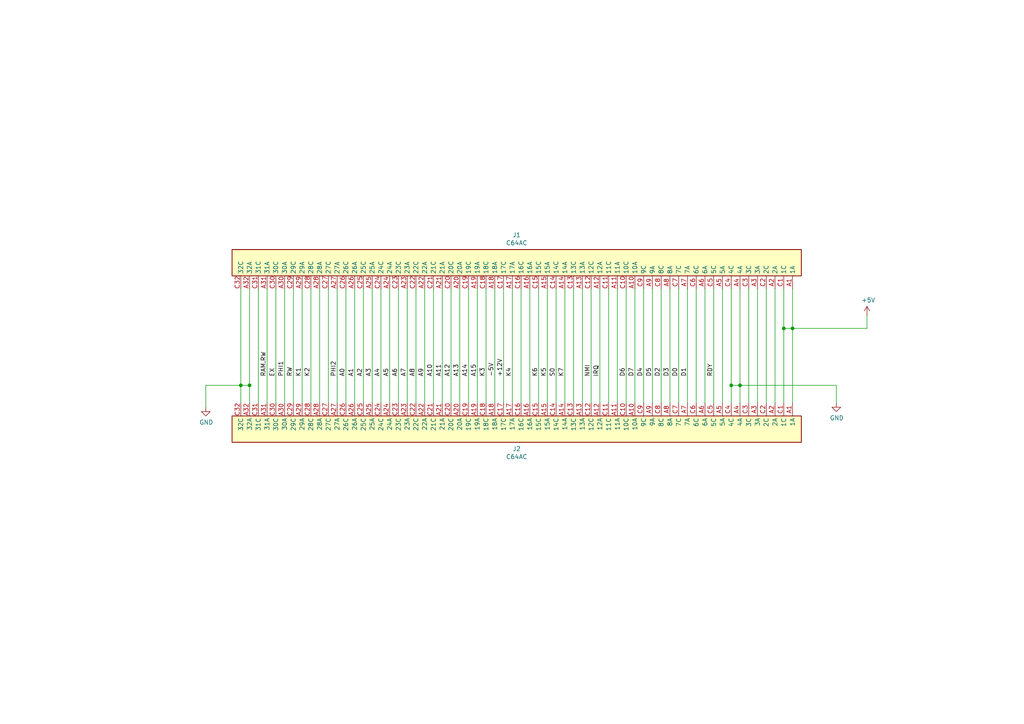
<source format=kicad_sch>
(kicad_sch
	(version 20231120)
	(generator "eeschema")
	(generator_version "8.0")
	(uuid "67a0c6cd-22ec-47fa-93f4-7d5d712ecc73")
	(paper "A4")
	(lib_symbols
		(symbol "junior-internal-bus-rescue:C64AC-Connector"
			(exclude_from_sim no)
			(in_bom yes)
			(on_board yes)
			(property "Reference" "J"
				(at 0 85.09 0)
				(effects
					(font
						(size 1.27 1.27)
					)
				)
			)
			(property "Value" "Connector_C64AC"
				(at 6.35 1.27 90)
				(effects
					(font
						(size 1.27 1.27)
					)
				)
			)
			(property "Footprint" ""
				(at 0 1.27 0)
				(effects
					(font
						(size 1.27 1.27)
					)
					(hide yes)
				)
			)
			(property "Datasheet" ""
				(at 0 1.27 0)
				(effects
					(font
						(size 1.27 1.27)
					)
					(hide yes)
				)
			)
			(property "Description" ""
				(at 0 0 0)
				(effects
					(font
						(size 1.27 1.27)
					)
					(hide yes)
				)
			)
			(symbol "C64AC-Connector_0_1"
				(rectangle
					(start -3.81 -81.28)
					(end 3.81 83.82)
					(stroke
						(width 0.254)
						(type solid)
					)
					(fill
						(type background)
					)
				)
			)
			(symbol "C64AC-Connector_1_1"
				(pin passive line
					(at -7.62 81.28 0)
					(length 3.81)
					(name "1A"
						(effects
							(font
								(size 1.27 1.27)
							)
						)
					)
					(number "A1"
						(effects
							(font
								(size 1.27 1.27)
							)
						)
					)
				)
				(pin passive line
					(at -7.62 35.56 0)
					(length 3.81)
					(name "10A"
						(effects
							(font
								(size 1.27 1.27)
							)
						)
					)
					(number "A10"
						(effects
							(font
								(size 1.27 1.27)
							)
						)
					)
				)
				(pin passive line
					(at -7.62 30.48 0)
					(length 3.81)
					(name "11A"
						(effects
							(font
								(size 1.27 1.27)
							)
						)
					)
					(number "A11"
						(effects
							(font
								(size 1.27 1.27)
							)
						)
					)
				)
				(pin passive line
					(at -7.62 25.4 0)
					(length 3.81)
					(name "12A"
						(effects
							(font
								(size 1.27 1.27)
							)
						)
					)
					(number "A12"
						(effects
							(font
								(size 1.27 1.27)
							)
						)
					)
				)
				(pin passive line
					(at -7.62 20.32 0)
					(length 3.81)
					(name "13A"
						(effects
							(font
								(size 1.27 1.27)
							)
						)
					)
					(number "A13"
						(effects
							(font
								(size 1.27 1.27)
							)
						)
					)
				)
				(pin passive line
					(at -7.62 15.24 0)
					(length 3.81)
					(name "14A"
						(effects
							(font
								(size 1.27 1.27)
							)
						)
					)
					(number "A14"
						(effects
							(font
								(size 1.27 1.27)
							)
						)
					)
				)
				(pin passive line
					(at -7.62 10.16 0)
					(length 3.81)
					(name "15A"
						(effects
							(font
								(size 1.27 1.27)
							)
						)
					)
					(number "A15"
						(effects
							(font
								(size 1.27 1.27)
							)
						)
					)
				)
				(pin passive line
					(at -7.62 5.08 0)
					(length 3.81)
					(name "16A"
						(effects
							(font
								(size 1.27 1.27)
							)
						)
					)
					(number "A16"
						(effects
							(font
								(size 1.27 1.27)
							)
						)
					)
				)
				(pin passive line
					(at -7.62 0 0)
					(length 3.81)
					(name "17A"
						(effects
							(font
								(size 1.27 1.27)
							)
						)
					)
					(number "A17"
						(effects
							(font
								(size 1.27 1.27)
							)
						)
					)
				)
				(pin passive line
					(at -7.62 -5.08 0)
					(length 3.81)
					(name "18A"
						(effects
							(font
								(size 1.27 1.27)
							)
						)
					)
					(number "A18"
						(effects
							(font
								(size 1.27 1.27)
							)
						)
					)
				)
				(pin passive line
					(at -7.62 -10.16 0)
					(length 3.81)
					(name "19A"
						(effects
							(font
								(size 1.27 1.27)
							)
						)
					)
					(number "A19"
						(effects
							(font
								(size 1.27 1.27)
							)
						)
					)
				)
				(pin passive line
					(at -7.62 76.2 0)
					(length 3.81)
					(name "2A"
						(effects
							(font
								(size 1.27 1.27)
							)
						)
					)
					(number "A2"
						(effects
							(font
								(size 1.27 1.27)
							)
						)
					)
				)
				(pin passive line
					(at -7.62 -15.24 0)
					(length 3.81)
					(name "20A"
						(effects
							(font
								(size 1.27 1.27)
							)
						)
					)
					(number "A20"
						(effects
							(font
								(size 1.27 1.27)
							)
						)
					)
				)
				(pin passive line
					(at -7.62 -20.32 0)
					(length 3.81)
					(name "21A"
						(effects
							(font
								(size 1.27 1.27)
							)
						)
					)
					(number "A21"
						(effects
							(font
								(size 1.27 1.27)
							)
						)
					)
				)
				(pin passive line
					(at -7.62 -25.4 0)
					(length 3.81)
					(name "22A"
						(effects
							(font
								(size 1.27 1.27)
							)
						)
					)
					(number "A22"
						(effects
							(font
								(size 1.27 1.27)
							)
						)
					)
				)
				(pin passive line
					(at -7.62 -30.48 0)
					(length 3.81)
					(name "23A"
						(effects
							(font
								(size 1.27 1.27)
							)
						)
					)
					(number "A23"
						(effects
							(font
								(size 1.27 1.27)
							)
						)
					)
				)
				(pin passive line
					(at -7.62 -35.56 0)
					(length 3.81)
					(name "24A"
						(effects
							(font
								(size 1.27 1.27)
							)
						)
					)
					(number "A24"
						(effects
							(font
								(size 1.27 1.27)
							)
						)
					)
				)
				(pin passive line
					(at -7.62 -40.64 0)
					(length 3.81)
					(name "25A"
						(effects
							(font
								(size 1.27 1.27)
							)
						)
					)
					(number "A25"
						(effects
							(font
								(size 1.27 1.27)
							)
						)
					)
				)
				(pin passive line
					(at -7.62 -45.72 0)
					(length 3.81)
					(name "26A"
						(effects
							(font
								(size 1.27 1.27)
							)
						)
					)
					(number "A26"
						(effects
							(font
								(size 1.27 1.27)
							)
						)
					)
				)
				(pin passive line
					(at -7.62 -50.8 0)
					(length 3.81)
					(name "27A"
						(effects
							(font
								(size 1.27 1.27)
							)
						)
					)
					(number "A27"
						(effects
							(font
								(size 1.27 1.27)
							)
						)
					)
				)
				(pin passive line
					(at -7.62 -55.88 0)
					(length 3.81)
					(name "28A"
						(effects
							(font
								(size 1.27 1.27)
							)
						)
					)
					(number "A28"
						(effects
							(font
								(size 1.27 1.27)
							)
						)
					)
				)
				(pin passive line
					(at -7.62 -60.96 0)
					(length 3.81)
					(name "29A"
						(effects
							(font
								(size 1.27 1.27)
							)
						)
					)
					(number "A29"
						(effects
							(font
								(size 1.27 1.27)
							)
						)
					)
				)
				(pin passive line
					(at -7.62 71.12 0)
					(length 3.81)
					(name "3A"
						(effects
							(font
								(size 1.27 1.27)
							)
						)
					)
					(number "A3"
						(effects
							(font
								(size 1.27 1.27)
							)
						)
					)
				)
				(pin passive line
					(at -7.62 -66.04 0)
					(length 3.81)
					(name "30A"
						(effects
							(font
								(size 1.27 1.27)
							)
						)
					)
					(number "A30"
						(effects
							(font
								(size 1.27 1.27)
							)
						)
					)
				)
				(pin passive line
					(at -7.62 -71.12 0)
					(length 3.81)
					(name "31A"
						(effects
							(font
								(size 1.27 1.27)
							)
						)
					)
					(number "A31"
						(effects
							(font
								(size 1.27 1.27)
							)
						)
					)
				)
				(pin passive line
					(at -7.62 -76.2 0)
					(length 3.81)
					(name "32A"
						(effects
							(font
								(size 1.27 1.27)
							)
						)
					)
					(number "A32"
						(effects
							(font
								(size 1.27 1.27)
							)
						)
					)
				)
				(pin passive line
					(at -7.62 66.04 0)
					(length 3.81)
					(name "4A"
						(effects
							(font
								(size 1.27 1.27)
							)
						)
					)
					(number "A4"
						(effects
							(font
								(size 1.27 1.27)
							)
						)
					)
				)
				(pin passive line
					(at -7.62 60.96 0)
					(length 3.81)
					(name "5A"
						(effects
							(font
								(size 1.27 1.27)
							)
						)
					)
					(number "A5"
						(effects
							(font
								(size 1.27 1.27)
							)
						)
					)
				)
				(pin passive line
					(at -7.62 55.88 0)
					(length 3.81)
					(name "6A"
						(effects
							(font
								(size 1.27 1.27)
							)
						)
					)
					(number "A6"
						(effects
							(font
								(size 1.27 1.27)
							)
						)
					)
				)
				(pin passive line
					(at -7.62 50.8 0)
					(length 3.81)
					(name "7A"
						(effects
							(font
								(size 1.27 1.27)
							)
						)
					)
					(number "A7"
						(effects
							(font
								(size 1.27 1.27)
							)
						)
					)
				)
				(pin passive line
					(at -7.62 45.72 0)
					(length 3.81)
					(name "8A"
						(effects
							(font
								(size 1.27 1.27)
							)
						)
					)
					(number "A8"
						(effects
							(font
								(size 1.27 1.27)
							)
						)
					)
				)
				(pin passive line
					(at -7.62 40.64 0)
					(length 3.81)
					(name "9A"
						(effects
							(font
								(size 1.27 1.27)
							)
						)
					)
					(number "A9"
						(effects
							(font
								(size 1.27 1.27)
							)
						)
					)
				)
				(pin passive line
					(at -7.62 78.74 0)
					(length 3.81)
					(name "1C"
						(effects
							(font
								(size 1.27 1.27)
							)
						)
					)
					(number "C1"
						(effects
							(font
								(size 1.27 1.27)
							)
						)
					)
				)
				(pin passive line
					(at -7.62 33.02 0)
					(length 3.81)
					(name "10C"
						(effects
							(font
								(size 1.27 1.27)
							)
						)
					)
					(number "C10"
						(effects
							(font
								(size 1.27 1.27)
							)
						)
					)
				)
				(pin passive line
					(at -7.62 27.94 0)
					(length 3.81)
					(name "11C"
						(effects
							(font
								(size 1.27 1.27)
							)
						)
					)
					(number "C11"
						(effects
							(font
								(size 1.27 1.27)
							)
						)
					)
				)
				(pin passive line
					(at -7.62 22.86 0)
					(length 3.81)
					(name "12C"
						(effects
							(font
								(size 1.27 1.27)
							)
						)
					)
					(number "C12"
						(effects
							(font
								(size 1.27 1.27)
							)
						)
					)
				)
				(pin passive line
					(at -7.62 17.78 0)
					(length 3.81)
					(name "13C"
						(effects
							(font
								(size 1.27 1.27)
							)
						)
					)
					(number "C13"
						(effects
							(font
								(size 1.27 1.27)
							)
						)
					)
				)
				(pin passive line
					(at -7.62 12.7 0)
					(length 3.81)
					(name "14C"
						(effects
							(font
								(size 1.27 1.27)
							)
						)
					)
					(number "C14"
						(effects
							(font
								(size 1.27 1.27)
							)
						)
					)
				)
				(pin passive line
					(at -7.62 7.62 0)
					(length 3.81)
					(name "15C"
						(effects
							(font
								(size 1.27 1.27)
							)
						)
					)
					(number "C15"
						(effects
							(font
								(size 1.27 1.27)
							)
						)
					)
				)
				(pin passive line
					(at -7.62 2.54 0)
					(length 3.81)
					(name "16C"
						(effects
							(font
								(size 1.27 1.27)
							)
						)
					)
					(number "C16"
						(effects
							(font
								(size 1.27 1.27)
							)
						)
					)
				)
				(pin passive line
					(at -7.62 -2.54 0)
					(length 3.81)
					(name "17C"
						(effects
							(font
								(size 1.27 1.27)
							)
						)
					)
					(number "C17"
						(effects
							(font
								(size 1.27 1.27)
							)
						)
					)
				)
				(pin passive line
					(at -7.62 -7.62 0)
					(length 3.81)
					(name "18C"
						(effects
							(font
								(size 1.27 1.27)
							)
						)
					)
					(number "C18"
						(effects
							(font
								(size 1.27 1.27)
							)
						)
					)
				)
				(pin passive line
					(at -7.62 -12.7 0)
					(length 3.81)
					(name "19C"
						(effects
							(font
								(size 1.27 1.27)
							)
						)
					)
					(number "C19"
						(effects
							(font
								(size 1.27 1.27)
							)
						)
					)
				)
				(pin passive line
					(at -7.62 73.66 0)
					(length 3.81)
					(name "2C"
						(effects
							(font
								(size 1.27 1.27)
							)
						)
					)
					(number "C2"
						(effects
							(font
								(size 1.27 1.27)
							)
						)
					)
				)
				(pin passive line
					(at -7.62 -17.78 0)
					(length 3.81)
					(name "20C"
						(effects
							(font
								(size 1.27 1.27)
							)
						)
					)
					(number "C20"
						(effects
							(font
								(size 1.27 1.27)
							)
						)
					)
				)
				(pin passive line
					(at -7.62 -22.86 0)
					(length 3.81)
					(name "21C"
						(effects
							(font
								(size 1.27 1.27)
							)
						)
					)
					(number "C21"
						(effects
							(font
								(size 1.27 1.27)
							)
						)
					)
				)
				(pin passive line
					(at -7.62 -27.94 0)
					(length 3.81)
					(name "22C"
						(effects
							(font
								(size 1.27 1.27)
							)
						)
					)
					(number "C22"
						(effects
							(font
								(size 1.27 1.27)
							)
						)
					)
				)
				(pin passive line
					(at -7.62 -33.02 0)
					(length 3.81)
					(name "23C"
						(effects
							(font
								(size 1.27 1.27)
							)
						)
					)
					(number "C23"
						(effects
							(font
								(size 1.27 1.27)
							)
						)
					)
				)
				(pin passive line
					(at -7.62 -38.1 0)
					(length 3.81)
					(name "24C"
						(effects
							(font
								(size 1.27 1.27)
							)
						)
					)
					(number "C24"
						(effects
							(font
								(size 1.27 1.27)
							)
						)
					)
				)
				(pin passive line
					(at -7.62 -43.18 0)
					(length 3.81)
					(name "25C"
						(effects
							(font
								(size 1.27 1.27)
							)
						)
					)
					(number "C25"
						(effects
							(font
								(size 1.27 1.27)
							)
						)
					)
				)
				(pin passive line
					(at -7.62 -48.26 0)
					(length 3.81)
					(name "26C"
						(effects
							(font
								(size 1.27 1.27)
							)
						)
					)
					(number "C26"
						(effects
							(font
								(size 1.27 1.27)
							)
						)
					)
				)
				(pin passive line
					(at -7.62 -53.34 0)
					(length 3.81)
					(name "27C"
						(effects
							(font
								(size 1.27 1.27)
							)
						)
					)
					(number "C27"
						(effects
							(font
								(size 1.27 1.27)
							)
						)
					)
				)
				(pin passive line
					(at -7.62 -58.42 0)
					(length 3.81)
					(name "28C"
						(effects
							(font
								(size 1.27 1.27)
							)
						)
					)
					(number "C28"
						(effects
							(font
								(size 1.27 1.27)
							)
						)
					)
				)
				(pin passive line
					(at -7.62 -63.5 0)
					(length 3.81)
					(name "29C"
						(effects
							(font
								(size 1.27 1.27)
							)
						)
					)
					(number "C29"
						(effects
							(font
								(size 1.27 1.27)
							)
						)
					)
				)
				(pin passive line
					(at -7.62 68.58 0)
					(length 3.81)
					(name "3C"
						(effects
							(font
								(size 1.27 1.27)
							)
						)
					)
					(number "C3"
						(effects
							(font
								(size 1.27 1.27)
							)
						)
					)
				)
				(pin passive line
					(at -7.62 -68.58 0)
					(length 3.81)
					(name "30C"
						(effects
							(font
								(size 1.27 1.27)
							)
						)
					)
					(number "C30"
						(effects
							(font
								(size 1.27 1.27)
							)
						)
					)
				)
				(pin passive line
					(at -7.62 -73.66 0)
					(length 3.81)
					(name "31C"
						(effects
							(font
								(size 1.27 1.27)
							)
						)
					)
					(number "C31"
						(effects
							(font
								(size 1.27 1.27)
							)
						)
					)
				)
				(pin passive line
					(at -7.62 -78.74 0)
					(length 3.81)
					(name "32C"
						(effects
							(font
								(size 1.27 1.27)
							)
						)
					)
					(number "C32"
						(effects
							(font
								(size 1.27 1.27)
							)
						)
					)
				)
				(pin passive line
					(at -7.62 63.5 0)
					(length 3.81)
					(name "4C"
						(effects
							(font
								(size 1.27 1.27)
							)
						)
					)
					(number "C4"
						(effects
							(font
								(size 1.27 1.27)
							)
						)
					)
				)
				(pin passive line
					(at -7.62 58.42 0)
					(length 3.81)
					(name "5C"
						(effects
							(font
								(size 1.27 1.27)
							)
						)
					)
					(number "C5"
						(effects
							(font
								(size 1.27 1.27)
							)
						)
					)
				)
				(pin passive line
					(at -7.62 53.34 0)
					(length 3.81)
					(name "6C"
						(effects
							(font
								(size 1.27 1.27)
							)
						)
					)
					(number "C6"
						(effects
							(font
								(size 1.27 1.27)
							)
						)
					)
				)
				(pin passive line
					(at -7.62 48.26 0)
					(length 3.81)
					(name "7C"
						(effects
							(font
								(size 1.27 1.27)
							)
						)
					)
					(number "C7"
						(effects
							(font
								(size 1.27 1.27)
							)
						)
					)
				)
				(pin passive line
					(at -7.62 43.18 0)
					(length 3.81)
					(name "8C"
						(effects
							(font
								(size 1.27 1.27)
							)
						)
					)
					(number "C8"
						(effects
							(font
								(size 1.27 1.27)
							)
						)
					)
				)
				(pin passive line
					(at -7.62 38.1 0)
					(length 3.81)
					(name "9C"
						(effects
							(font
								(size 1.27 1.27)
							)
						)
					)
					(number "C9"
						(effects
							(font
								(size 1.27 1.27)
							)
						)
					)
				)
			)
		)
		(symbol "power:+5V"
			(power)
			(pin_names
				(offset 0)
			)
			(exclude_from_sim no)
			(in_bom yes)
			(on_board yes)
			(property "Reference" "#PWR"
				(at 0 -3.81 0)
				(effects
					(font
						(size 1.27 1.27)
					)
					(hide yes)
				)
			)
			(property "Value" "+5V"
				(at 0 3.556 0)
				(effects
					(font
						(size 1.27 1.27)
					)
				)
			)
			(property "Footprint" ""
				(at 0 0 0)
				(effects
					(font
						(size 1.27 1.27)
					)
					(hide yes)
				)
			)
			(property "Datasheet" ""
				(at 0 0 0)
				(effects
					(font
						(size 1.27 1.27)
					)
					(hide yes)
				)
			)
			(property "Description" "Power symbol creates a global label with name \"+5V\""
				(at 0 0 0)
				(effects
					(font
						(size 1.27 1.27)
					)
					(hide yes)
				)
			)
			(property "ki_keywords" "global power"
				(at 0 0 0)
				(effects
					(font
						(size 1.27 1.27)
					)
					(hide yes)
				)
			)
			(symbol "+5V_0_1"
				(polyline
					(pts
						(xy -0.762 1.27) (xy 0 2.54)
					)
					(stroke
						(width 0)
						(type default)
					)
					(fill
						(type none)
					)
				)
				(polyline
					(pts
						(xy 0 0) (xy 0 2.54)
					)
					(stroke
						(width 0)
						(type default)
					)
					(fill
						(type none)
					)
				)
				(polyline
					(pts
						(xy 0 2.54) (xy 0.762 1.27)
					)
					(stroke
						(width 0)
						(type default)
					)
					(fill
						(type none)
					)
				)
			)
			(symbol "+5V_1_1"
				(pin power_in line
					(at 0 0 90)
					(length 0) hide
					(name "+5V"
						(effects
							(font
								(size 1.27 1.27)
							)
						)
					)
					(number "1"
						(effects
							(font
								(size 1.27 1.27)
							)
						)
					)
				)
			)
		)
		(symbol "power:GND"
			(power)
			(pin_names
				(offset 0)
			)
			(exclude_from_sim no)
			(in_bom yes)
			(on_board yes)
			(property "Reference" "#PWR"
				(at 0 -6.35 0)
				(effects
					(font
						(size 1.27 1.27)
					)
					(hide yes)
				)
			)
			(property "Value" "GND"
				(at 0 -3.81 0)
				(effects
					(font
						(size 1.27 1.27)
					)
				)
			)
			(property "Footprint" ""
				(at 0 0 0)
				(effects
					(font
						(size 1.27 1.27)
					)
					(hide yes)
				)
			)
			(property "Datasheet" ""
				(at 0 0 0)
				(effects
					(font
						(size 1.27 1.27)
					)
					(hide yes)
				)
			)
			(property "Description" "Power symbol creates a global label with name \"GND\" , ground"
				(at 0 0 0)
				(effects
					(font
						(size 1.27 1.27)
					)
					(hide yes)
				)
			)
			(property "ki_keywords" "global power"
				(at 0 0 0)
				(effects
					(font
						(size 1.27 1.27)
					)
					(hide yes)
				)
			)
			(symbol "GND_0_1"
				(polyline
					(pts
						(xy 0 0) (xy 0 -1.27) (xy 1.27 -1.27) (xy 0 -2.54) (xy -1.27 -1.27) (xy 0 -1.27)
					)
					(stroke
						(width 0)
						(type default)
					)
					(fill
						(type none)
					)
				)
			)
			(symbol "GND_1_1"
				(pin power_in line
					(at 0 0 270)
					(length 0) hide
					(name "GND"
						(effects
							(font
								(size 1.27 1.27)
							)
						)
					)
					(number "1"
						(effects
							(font
								(size 1.27 1.27)
							)
						)
					)
				)
			)
		)
	)
	(junction
		(at 229.87 95.25)
		(diameter 0)
		(color 0 0 0 0)
		(uuid "0aa6ca66-a219-4b49-8494-fe3fafab3123")
	)
	(junction
		(at 69.85 111.76)
		(diameter 0)
		(color 0 0 0 0)
		(uuid "1e21ed77-4153-4dde-ba16-feb6b2127d9c")
	)
	(junction
		(at 72.39 111.76)
		(diameter 0)
		(color 0 0 0 0)
		(uuid "4d5bc20d-fc4d-4f55-9721-3b62eb83edf9")
	)
	(junction
		(at 214.63 111.76)
		(diameter 0)
		(color 0 0 0 0)
		(uuid "93c05788-d367-4643-a401-babd39674aac")
	)
	(junction
		(at 227.33 95.25)
		(diameter 0)
		(color 0 0 0 0)
		(uuid "c83525a8-282b-479a-a81f-7b6a1339320e")
	)
	(junction
		(at 212.09 111.76)
		(diameter 0)
		(color 0 0 0 0)
		(uuid "ca98676c-5424-4bb1-9de9-0abf3dafcc01")
	)
	(wire
		(pts
			(xy 151.13 116.84) (xy 151.13 83.82)
		)
		(stroke
			(width 0)
			(type default)
		)
		(uuid "03067494-7b44-479c-99c7-522a9ee54576")
	)
	(wire
		(pts
			(xy 123.19 116.84) (xy 123.19 83.82)
		)
		(stroke
			(width 0)
			(type default)
		)
		(uuid "03d406c2-847f-4421-b25d-07869c1f8564")
	)
	(wire
		(pts
			(xy 166.37 116.84) (xy 166.37 83.82)
		)
		(stroke
			(width 0)
			(type default)
		)
		(uuid "0f26c99c-9b2d-4157-bf33-0149345a7262")
	)
	(wire
		(pts
			(xy 227.33 95.25) (xy 227.33 116.84)
		)
		(stroke
			(width 0)
			(type default)
		)
		(uuid "1331b6ad-fe88-4ae6-8e44-de4d8465cc6a")
	)
	(wire
		(pts
			(xy 222.25 83.82) (xy 222.25 116.84)
		)
		(stroke
			(width 0)
			(type default)
		)
		(uuid "13676626-a298-44ee-b0b1-2b46d543be7b")
	)
	(wire
		(pts
			(xy 74.93 116.84) (xy 74.93 83.82)
		)
		(stroke
			(width 0)
			(type default)
		)
		(uuid "167706d6-9616-4f06-be25-34bca76b8649")
	)
	(wire
		(pts
			(xy 102.87 116.84) (xy 102.87 83.82)
		)
		(stroke
			(width 0)
			(type default)
		)
		(uuid "174e3edc-6b33-4638-8baf-aaa050c7ba0b")
	)
	(wire
		(pts
			(xy 194.31 83.82) (xy 194.31 116.84)
		)
		(stroke
			(width 0)
			(type default)
		)
		(uuid "19ffd917-98be-41a4-968f-98a418d3e3e4")
	)
	(wire
		(pts
			(xy 130.81 83.82) (xy 130.81 116.84)
		)
		(stroke
			(width 0)
			(type default)
		)
		(uuid "1a664f93-9bd1-496b-b8e0-df663985669b")
	)
	(wire
		(pts
			(xy 69.85 111.76) (xy 59.69 111.76)
		)
		(stroke
			(width 0)
			(type default)
		)
		(uuid "1bfe7458-448a-4b38-9a28-0d069caa708f")
	)
	(wire
		(pts
			(xy 72.39 111.76) (xy 72.39 116.84)
		)
		(stroke
			(width 0)
			(type default)
		)
		(uuid "1d53b478-ac00-4a68-b9e9-ad829e902214")
	)
	(wire
		(pts
			(xy 229.87 95.25) (xy 251.46 95.25)
		)
		(stroke
			(width 0)
			(type default)
		)
		(uuid "2057009a-cfc9-4a54-844c-22f33d29febc")
	)
	(wire
		(pts
			(xy 148.59 83.82) (xy 148.59 116.84)
		)
		(stroke
			(width 0)
			(type default)
		)
		(uuid "22fa20d5-0d2d-46b9-a31e-b7b06f96df62")
	)
	(wire
		(pts
			(xy 161.29 116.84) (xy 161.29 83.82)
		)
		(stroke
			(width 0)
			(type default)
		)
		(uuid "2610c377-17c4-4f2b-b005-36419d4b80ab")
	)
	(wire
		(pts
			(xy 242.57 116.84) (xy 242.57 111.76)
		)
		(stroke
			(width 0)
			(type default)
		)
		(uuid "2ba5ce9f-9dc3-411d-90b8-bee9f8ccd50b")
	)
	(wire
		(pts
			(xy 224.79 83.82) (xy 224.79 116.84)
		)
		(stroke
			(width 0)
			(type default)
		)
		(uuid "2d81c633-71c0-46e4-b4e9-aae16be60c32")
	)
	(wire
		(pts
			(xy 80.01 83.82) (xy 80.01 116.84)
		)
		(stroke
			(width 0)
			(type default)
		)
		(uuid "3043045f-9345-4bff-8ef8-525be0589383")
	)
	(wire
		(pts
			(xy 100.33 83.82) (xy 100.33 116.84)
		)
		(stroke
			(width 0)
			(type default)
		)
		(uuid "331c5e73-92b2-409d-a615-97b4a843fed6")
	)
	(wire
		(pts
			(xy 214.63 116.84) (xy 214.63 111.76)
		)
		(stroke
			(width 0)
			(type default)
		)
		(uuid "34c4fce9-a346-4405-bd42-760e226229d7")
	)
	(wire
		(pts
			(xy 173.99 83.82) (xy 173.99 116.84)
		)
		(stroke
			(width 0)
			(type default)
		)
		(uuid "34df2af8-e611-4c2f-a19f-bd493d4a375e")
	)
	(wire
		(pts
			(xy 196.85 116.84) (xy 196.85 83.82)
		)
		(stroke
			(width 0)
			(type default)
		)
		(uuid "35e1422f-53e5-4685-8fd7-c2af7c7c03e0")
	)
	(wire
		(pts
			(xy 110.49 83.82) (xy 110.49 116.84)
		)
		(stroke
			(width 0)
			(type default)
		)
		(uuid "38f680b9-5a91-4418-96d1-65d435e04863")
	)
	(wire
		(pts
			(xy 133.35 116.84) (xy 133.35 83.82)
		)
		(stroke
			(width 0)
			(type default)
		)
		(uuid "3bec00c1-2157-4653-8a58-76b99a0e1d55")
	)
	(wire
		(pts
			(xy 107.95 116.84) (xy 107.95 83.82)
		)
		(stroke
			(width 0)
			(type default)
		)
		(uuid "3c4bc51e-674f-4614-9644-d370930b6b48")
	)
	(wire
		(pts
			(xy 153.67 83.82) (xy 153.67 116.84)
		)
		(stroke
			(width 0)
			(type default)
		)
		(uuid "44494cd5-1c85-44f4-b418-14381068d886")
	)
	(wire
		(pts
			(xy 72.39 83.82) (xy 72.39 111.76)
		)
		(stroke
			(width 0)
			(type default)
		)
		(uuid "44f367dc-2982-4873-8ac1-20ce34728eaf")
	)
	(wire
		(pts
			(xy 85.09 83.82) (xy 85.09 116.84)
		)
		(stroke
			(width 0)
			(type default)
		)
		(uuid "470502ba-4344-43bd-ab18-1f49736560d6")
	)
	(wire
		(pts
			(xy 207.01 116.84) (xy 207.01 83.82)
		)
		(stroke
			(width 0)
			(type default)
		)
		(uuid "495b2cd6-0e47-4f5d-bf1f-ecbcf938fd96")
	)
	(wire
		(pts
			(xy 212.09 111.76) (xy 212.09 116.84)
		)
		(stroke
			(width 0)
			(type default)
		)
		(uuid "4b2fb489-5f5e-4787-866c-f6a98d2bbd09")
	)
	(wire
		(pts
			(xy 72.39 111.76) (xy 69.85 111.76)
		)
		(stroke
			(width 0)
			(type default)
		)
		(uuid "4bdd770b-24a8-4b8e-810a-66a14d7fef38")
	)
	(wire
		(pts
			(xy 69.85 111.76) (xy 69.85 83.82)
		)
		(stroke
			(width 0)
			(type default)
		)
		(uuid "4f9f7d34-92d2-401b-a965-f7c40f87f78c")
	)
	(wire
		(pts
			(xy 204.47 83.82) (xy 204.47 116.84)
		)
		(stroke
			(width 0)
			(type default)
		)
		(uuid "5077d304-845e-423d-8a54-1176b62c610c")
	)
	(wire
		(pts
			(xy 113.03 116.84) (xy 113.03 83.82)
		)
		(stroke
			(width 0)
			(type default)
		)
		(uuid "552b8d63-c2bf-47ea-91ea-05bde5f86d0d")
	)
	(wire
		(pts
			(xy 229.87 95.25) (xy 229.87 83.82)
		)
		(stroke
			(width 0)
			(type default)
		)
		(uuid "574048b9-4c64-4eba-8c16-2ed9c0c10aeb")
	)
	(wire
		(pts
			(xy 214.63 111.76) (xy 212.09 111.76)
		)
		(stroke
			(width 0)
			(type default)
		)
		(uuid "5f4df3d8-0c79-4c7f-9594-89a3d3dddcb3")
	)
	(wire
		(pts
			(xy 143.51 83.82) (xy 143.51 116.84)
		)
		(stroke
			(width 0)
			(type default)
		)
		(uuid "642fbf8e-0874-4393-9c0a-4fda97badb54")
	)
	(wire
		(pts
			(xy 176.53 116.84) (xy 176.53 83.82)
		)
		(stroke
			(width 0)
			(type default)
		)
		(uuid "6f54f733-a3ad-40d6-b680-969810ab38d7")
	)
	(wire
		(pts
			(xy 189.23 83.82) (xy 189.23 116.84)
		)
		(stroke
			(width 0)
			(type default)
		)
		(uuid "79f262f3-9c77-483b-b140-a4d2061c14f8")
	)
	(wire
		(pts
			(xy 209.55 83.82) (xy 209.55 116.84)
		)
		(stroke
			(width 0)
			(type default)
		)
		(uuid "7bdb39ac-0872-4a49-aa4f-0bf11696708b")
	)
	(wire
		(pts
			(xy 92.71 116.84) (xy 92.71 83.82)
		)
		(stroke
			(width 0)
			(type default)
		)
		(uuid "7fdad3cf-1163-4b1a-a84a-3b5bfa9e7647")
	)
	(wire
		(pts
			(xy 59.69 111.76) (xy 59.69 118.11)
		)
		(stroke
			(width 0)
			(type default)
		)
		(uuid "80e1f3a6-a4c9-4d81-97e4-3989a66e0d74")
	)
	(wire
		(pts
			(xy 227.33 83.82) (xy 227.33 95.25)
		)
		(stroke
			(width 0)
			(type default)
		)
		(uuid "828b1d94-70cc-4303-b65f-9dad39f3f019")
	)
	(wire
		(pts
			(xy 125.73 83.82) (xy 125.73 116.84)
		)
		(stroke
			(width 0)
			(type default)
		)
		(uuid "87d15ea6-919d-48cb-a3a3-a818169782a0")
	)
	(wire
		(pts
			(xy 156.21 116.84) (xy 156.21 83.82)
		)
		(stroke
			(width 0)
			(type default)
		)
		(uuid "883c7b5b-6037-48c7-8232-4e208cd36cb0")
	)
	(wire
		(pts
			(xy 181.61 116.84) (xy 181.61 83.82)
		)
		(stroke
			(width 0)
			(type default)
		)
		(uuid "88f42c1c-bac4-4ede-a469-bbc95a6610ef")
	)
	(wire
		(pts
			(xy 163.83 83.82) (xy 163.83 116.84)
		)
		(stroke
			(width 0)
			(type default)
		)
		(uuid "8badb3d1-7229-4a67-ac5b-f41cad360d86")
	)
	(wire
		(pts
			(xy 179.07 83.82) (xy 179.07 116.84)
		)
		(stroke
			(width 0)
			(type default)
		)
		(uuid "92f46981-933e-40c5-9409-daa23e91984f")
	)
	(wire
		(pts
			(xy 171.45 116.84) (xy 171.45 83.82)
		)
		(stroke
			(width 0)
			(type default)
		)
		(uuid "94de37e3-145a-4fa0-8e80-fecf62d68c36")
	)
	(wire
		(pts
			(xy 82.55 116.84) (xy 82.55 83.82)
		)
		(stroke
			(width 0)
			(type default)
		)
		(uuid "96a9f723-4b51-4bbe-8ebe-cb2da2375e52")
	)
	(wire
		(pts
			(xy 118.11 116.84) (xy 118.11 83.82)
		)
		(stroke
			(width 0)
			(type default)
		)
		(uuid "981c1f41-c906-47e1-a78e-f0d6e3ed00ed")
	)
	(wire
		(pts
			(xy 251.46 95.25) (xy 251.46 91.44)
		)
		(stroke
			(width 0)
			(type default)
		)
		(uuid "a2d215e5-7bf8-4fa8-b2af-84d268ba4d3b")
	)
	(wire
		(pts
			(xy 229.87 95.25) (xy 229.87 116.84)
		)
		(stroke
			(width 0)
			(type default)
		)
		(uuid "a59fa13f-56b2-4fa7-8712-5855ec6a70da")
	)
	(wire
		(pts
			(xy 69.85 116.84) (xy 69.85 111.76)
		)
		(stroke
			(width 0)
			(type default)
		)
		(uuid "a6924d8a-7f91-48e4-96f2-b666c1aab09e")
	)
	(wire
		(pts
			(xy 191.77 116.84) (xy 191.77 83.82)
		)
		(stroke
			(width 0)
			(type default)
		)
		(uuid "a92a9b50-42a7-4c14-ace1-2abe5b9c400a")
	)
	(wire
		(pts
			(xy 227.33 95.25) (xy 229.87 95.25)
		)
		(stroke
			(width 0)
			(type default)
		)
		(uuid "ab63accc-1f08-4b07-8905-7ab8b3b92920")
	)
	(wire
		(pts
			(xy 201.93 116.84) (xy 201.93 83.82)
		)
		(stroke
			(width 0)
			(type default)
		)
		(uuid "acc0d6ff-ecfb-4ea4-9ce3-1f55d90c75b8")
	)
	(wire
		(pts
			(xy 186.69 116.84) (xy 186.69 83.82)
		)
		(stroke
			(width 0)
			(type default)
		)
		(uuid "ad8b5cb7-efde-47d3-b5e7-de6cd345b5cc")
	)
	(wire
		(pts
			(xy 138.43 116.84) (xy 138.43 83.82)
		)
		(stroke
			(width 0)
			(type default)
		)
		(uuid "b026a1ec-aa72-46e8-9471-4f272cf71e41")
	)
	(wire
		(pts
			(xy 219.71 116.84) (xy 219.71 83.82)
		)
		(stroke
			(width 0)
			(type default)
		)
		(uuid "b4a98eec-7b47-4e25-b780-6bc63d42b8de")
	)
	(wire
		(pts
			(xy 212.09 83.82) (xy 212.09 111.76)
		)
		(stroke
			(width 0)
			(type default)
		)
		(uuid "b8ccbd12-70e6-4ea4-bbba-f9cb4a3a3a0c")
	)
	(wire
		(pts
			(xy 158.75 83.82) (xy 158.75 116.84)
		)
		(stroke
			(width 0)
			(type default)
		)
		(uuid "bca3aaed-3562-49d8-9f15-e7cb19c6a3cf")
	)
	(wire
		(pts
			(xy 97.79 116.84) (xy 97.79 83.82)
		)
		(stroke
			(width 0)
			(type default)
		)
		(uuid "bd6d4e0d-aafc-4320-9272-404247fc0ee6")
	)
	(wire
		(pts
			(xy 146.05 83.82) (xy 146.05 116.84)
		)
		(stroke
			(width 0)
			(type default)
		)
		(uuid "c2efc495-b916-4673-8b06-d70bf5b7e52c")
	)
	(wire
		(pts
			(xy 184.15 83.82) (xy 184.15 116.84)
		)
		(stroke
			(width 0)
			(type default)
		)
		(uuid "c3ee4534-c96d-4d37-9d1f-761deeea07d3")
	)
	(wire
		(pts
			(xy 135.89 83.82) (xy 135.89 116.84)
		)
		(stroke
			(width 0)
			(type default)
		)
		(uuid "c64c48b0-3c6f-40c1-8491-7dba27a8aa9f")
	)
	(wire
		(pts
			(xy 90.17 83.82) (xy 90.17 116.84)
		)
		(stroke
			(width 0)
			(type default)
		)
		(uuid "c8daddfe-e281-4eb1-8bb4-fbeef8062efb")
	)
	(wire
		(pts
			(xy 77.47 83.82) (xy 77.47 116.84)
		)
		(stroke
			(width 0)
			(type default)
		)
		(uuid "cb8b6e47-d1a9-4ab7-a977-88649754f6cf")
	)
	(wire
		(pts
			(xy 217.17 83.82) (xy 217.17 116.84)
		)
		(stroke
			(width 0)
			(type default)
		)
		(uuid "cf20f9e8-ec83-47d1-b41c-8668e5f1b98e")
	)
	(wire
		(pts
			(xy 87.63 116.84) (xy 87.63 83.82)
		)
		(stroke
			(width 0)
			(type default)
		)
		(uuid "d70ec580-dd77-4f21-9d77-b86ab81b0475")
	)
	(wire
		(pts
			(xy 168.91 83.82) (xy 168.91 116.84)
		)
		(stroke
			(width 0)
			(type default)
		)
		(uuid "db9510df-d5b1-4f57-8070-5de9a39cdade")
	)
	(wire
		(pts
			(xy 105.41 83.82) (xy 105.41 116.84)
		)
		(stroke
			(width 0)
			(type default)
		)
		(uuid "e1ba637b-ec3c-480c-9425-2133f4daad99")
	)
	(wire
		(pts
			(xy 242.57 111.76) (xy 214.63 111.76)
		)
		(stroke
			(width 0)
			(type default)
		)
		(uuid "e804282c-8b49-4be0-ac6a-c9e7be34cf22")
	)
	(wire
		(pts
			(xy 95.25 83.82) (xy 95.25 116.84)
		)
		(stroke
			(width 0)
			(type default)
		)
		(uuid "e946a3fd-9203-4343-a3c4-563a64132106")
	)
	(wire
		(pts
			(xy 115.57 83.82) (xy 115.57 116.84)
		)
		(stroke
			(width 0)
			(type default)
		)
		(uuid "e9c1a556-012a-423c-8937-2d3f2c0e4172")
	)
	(wire
		(pts
			(xy 128.27 116.84) (xy 128.27 83.82)
		)
		(stroke
			(width 0)
			(type default)
		)
		(uuid "f3c7263f-ae84-4630-b322-199c622a3862")
	)
	(wire
		(pts
			(xy 199.39 83.82) (xy 199.39 116.84)
		)
		(stroke
			(width 0)
			(type default)
		)
		(uuid "f8538ae3-f7a3-46d4-83a2-2478411c4281")
	)
	(wire
		(pts
			(xy 120.65 83.82) (xy 120.65 116.84)
		)
		(stroke
			(width 0)
			(type default)
		)
		(uuid "f9fa1ed0-2107-4c6c-93c8-d3cbb6415fce")
	)
	(wire
		(pts
			(xy 140.97 83.82) (xy 140.97 116.84)
		)
		(stroke
			(width 0)
			(type default)
		)
		(uuid "fa085fba-91f4-4850-a8a3-52ad79c7a0d7")
	)
	(wire
		(pts
			(xy 214.63 111.76) (xy 214.63 83.82)
		)
		(stroke
			(width 0)
			(type default)
		)
		(uuid "fcef938d-2904-4da8-8c6a-3aa199e2983e")
	)
	(label "K5"
		(at 158.75 109.22 90)
		(fields_autoplaced yes)
		(effects
			(font
				(size 1.27 1.27)
			)
			(justify left bottom)
		)
		(uuid "0487d85b-4fed-4ab2-a3c9-a4c0ee488d73")
	)
	(label "PHI1"
		(at 82.55 109.22 90)
		(fields_autoplaced yes)
		(effects
			(font
				(size 1.27 1.27)
			)
			(justify left bottom)
		)
		(uuid "0a91cb82-e9de-41c4-91bc-e45613dc70b3")
	)
	(label "PHI2"
		(at 97.79 109.22 90)
		(fields_autoplaced yes)
		(effects
			(font
				(size 1.27 1.27)
			)
			(justify left bottom)
		)
		(uuid "0d6ac1c1-47a2-4b56-9b34-cd017a962d0e")
	)
	(label "A6"
		(at 115.57 109.22 90)
		(fields_autoplaced yes)
		(effects
			(font
				(size 1.27 1.27)
			)
			(justify left bottom)
		)
		(uuid "13a94cbb-af8c-4eb0-9976-84281b50c357")
	)
	(label "NMI"
		(at 171.45 109.22 90)
		(fields_autoplaced yes)
		(effects
			(font
				(size 1.27 1.27)
			)
			(justify left bottom)
		)
		(uuid "235f8e6b-fc8c-42e2-9cac-1bfcbc8aab8d")
	)
	(label "D6"
		(at 181.61 109.22 90)
		(fields_autoplaced yes)
		(effects
			(font
				(size 1.27 1.27)
			)
			(justify left bottom)
		)
		(uuid "26a166ba-78bf-47da-b3b6-4abb8621eed9")
	)
	(label "A9"
		(at 123.19 109.22 90)
		(fields_autoplaced yes)
		(effects
			(font
				(size 1.27 1.27)
			)
			(justify left bottom)
		)
		(uuid "2876c953-77f6-4a7b-8641-9426386a226b")
	)
	(label "K3"
		(at 140.97 109.22 90)
		(fields_autoplaced yes)
		(effects
			(font
				(size 1.27 1.27)
			)
			(justify left bottom)
		)
		(uuid "2acea057-b32e-43d5-8d38-1374bfbda3cd")
	)
	(label "A11"
		(at 128.27 109.22 90)
		(fields_autoplaced yes)
		(effects
			(font
				(size 1.27 1.27)
			)
			(justify left bottom)
		)
		(uuid "2f1971da-cda1-4bce-ac54-009ba5070ba3")
	)
	(label "D0"
		(at 196.85 109.22 90)
		(fields_autoplaced yes)
		(effects
			(font
				(size 1.27 1.27)
			)
			(justify left bottom)
		)
		(uuid "33698969-e94f-4659-be98-6440cfeb2507")
	)
	(label "A13"
		(at 133.35 109.22 90)
		(fields_autoplaced yes)
		(effects
			(font
				(size 1.27 1.27)
			)
			(justify left bottom)
		)
		(uuid "38914c3e-9dff-4fc5-9373-9d8541d5dc70")
	)
	(label "D3"
		(at 194.31 109.22 90)
		(fields_autoplaced yes)
		(effects
			(font
				(size 1.27 1.27)
			)
			(justify left bottom)
		)
		(uuid "4a6cb441-be1b-4558-9b88-a61c36d26740")
	)
	(label "A1"
		(at 102.87 109.22 90)
		(fields_autoplaced yes)
		(effects
			(font
				(size 1.27 1.27)
			)
			(justify left bottom)
		)
		(uuid "4ac4464f-4be5-4974-b271-af32b5f25553")
	)
	(label "+12V"
		(at 146.05 109.22 90)
		(fields_autoplaced yes)
		(effects
			(font
				(size 1.27 1.27)
			)
			(justify left bottom)
		)
		(uuid "4c8e1f9f-e54a-49a0-b9ff-fc2339d09e1c")
	)
	(label "A12"
		(at 130.81 109.22 90)
		(fields_autoplaced yes)
		(effects
			(font
				(size 1.27 1.27)
			)
			(justify left bottom)
		)
		(uuid "55f57a6a-f2ac-496c-bce4-50148b5a9b3c")
	)
	(label "A3"
		(at 107.95 109.22 90)
		(fields_autoplaced yes)
		(effects
			(font
				(size 1.27 1.27)
			)
			(justify left bottom)
		)
		(uuid "580164f8-21f9-41c1-91d9-e70f470c1688")
	)
	(label "K7"
		(at 163.83 109.22 90)
		(fields_autoplaced yes)
		(effects
			(font
				(size 1.27 1.27)
			)
			(justify left bottom)
		)
		(uuid "5a11472a-8065-4c47-9e30-78d312b18973")
	)
	(label "A15"
		(at 138.43 109.22 90)
		(fields_autoplaced yes)
		(effects
			(font
				(size 1.27 1.27)
			)
			(justify left bottom)
		)
		(uuid "6295ea1d-f865-4af9-8230-edf2fa437123")
	)
	(label "-5V"
		(at 143.51 109.22 90)
		(fields_autoplaced yes)
		(effects
			(font
				(size 1.27 1.27)
			)
			(justify left bottom)
		)
		(uuid "64cfada3-df8d-4730-abcd-bf842d239db5")
	)
	(label "D7"
		(at 184.15 109.22 90)
		(fields_autoplaced yes)
		(effects
			(font
				(size 1.27 1.27)
			)
			(justify left bottom)
		)
		(uuid "6a470208-a8b7-4e11-9e73-ab6ab5a20c9a")
	)
	(label "A10"
		(at 125.73 109.22 90)
		(fields_autoplaced yes)
		(effects
			(font
				(size 1.27 1.27)
			)
			(justify left bottom)
		)
		(uuid "7de58213-3efc-4e81-860b-52301394a78e")
	)
	(label "D4"
		(at 186.69 109.22 90)
		(fields_autoplaced yes)
		(effects
			(font
				(size 1.27 1.27)
			)
			(justify left bottom)
		)
		(uuid "85cc8e98-0667-4017-b12e-2977fd5bad8e")
	)
	(label "A4"
		(at 110.49 109.22 90)
		(fields_autoplaced yes)
		(effects
			(font
				(size 1.27 1.27)
			)
			(justify left bottom)
		)
		(uuid "88752775-54bc-4501-a923-9f9a5ceca5fd")
	)
	(label "A0"
		(at 100.33 109.22 90)
		(fields_autoplaced yes)
		(effects
			(font
				(size 1.27 1.27)
			)
			(justify left bottom)
		)
		(uuid "8a4b1af5-18cd-4fdc-b781-bf16381054ce")
	)
	(label "K1"
		(at 87.63 109.22 90)
		(fields_autoplaced yes)
		(effects
			(font
				(size 1.27 1.27)
			)
			(justify left bottom)
		)
		(uuid "8bce1a1e-f526-4699-b9f2-a5ca184528f1")
	)
	(label "IRQ"
		(at 173.99 109.22 90)
		(fields_autoplaced yes)
		(effects
			(font
				(size 1.27 1.27)
			)
			(justify left bottom)
		)
		(uuid "8d09e48c-492b-4947-8ddf-a853f6266dcf")
	)
	(label "K6"
		(at 156.21 109.22 90)
		(fields_autoplaced yes)
		(effects
			(font
				(size 1.27 1.27)
			)
			(justify left bottom)
		)
		(uuid "9a94c00e-92d4-4ef5-9bd0-db22cadbc488")
	)
	(label "RDY"
		(at 207.01 109.22 90)
		(fields_autoplaced yes)
		(effects
			(font
				(size 1.27 1.27)
			)
			(justify left bottom)
		)
		(uuid "a264288d-c0e4-4949-b32a-74ff14b357f7")
	)
	(label "K4"
		(at 148.59 109.22 90)
		(fields_autoplaced yes)
		(effects
			(font
				(size 1.27 1.27)
			)
			(justify left bottom)
		)
		(uuid "a69ef020-3dd4-4788-a342-dffe4d595e7b")
	)
	(label "EX"
		(at 80.01 109.22 90)
		(fields_autoplaced yes)
		(effects
			(font
				(size 1.27 1.27)
			)
			(justify left bottom)
		)
		(uuid "a798083d-5c6e-494d-b774-fdab4f46b6dc")
	)
	(label "K2"
		(at 90.17 109.22 90)
		(fields_autoplaced yes)
		(effects
			(font
				(size 1.27 1.27)
			)
			(justify left bottom)
		)
		(uuid "b46a02cb-5268-4055-9e0c-64c6b59d82eb")
	)
	(label "D2"
		(at 191.77 109.22 90)
		(fields_autoplaced yes)
		(effects
			(font
				(size 1.27 1.27)
			)
			(justify left bottom)
		)
		(uuid "b72dfc2f-206f-4ef4-9158-15026a6942a5")
	)
	(label "A8"
		(at 120.65 109.22 90)
		(fields_autoplaced yes)
		(effects
			(font
				(size 1.27 1.27)
			)
			(justify left bottom)
		)
		(uuid "ba59bc9a-fee9-4906-b079-cab85ac0ccbf")
	)
	(label "A7"
		(at 118.11 109.22 90)
		(fields_autoplaced yes)
		(effects
			(font
				(size 1.27 1.27)
			)
			(justify left bottom)
		)
		(uuid "c54d6ff0-41b7-4d1b-95d1-7800c6b1affc")
	)
	(label "RAM.RW"
		(at 77.47 109.22 90)
		(fields_autoplaced yes)
		(effects
			(font
				(size 1.27 1.27)
			)
			(justify left bottom)
		)
		(uuid "cc46266a-0028-42bc-a853-4600ed7fdf5d")
	)
	(label "A14"
		(at 135.89 109.22 90)
		(fields_autoplaced yes)
		(effects
			(font
				(size 1.27 1.27)
			)
			(justify left bottom)
		)
		(uuid "d222300f-d582-4adc-8277-8b1073878564")
	)
	(label "S0"
		(at 161.29 109.22 90)
		(fields_autoplaced yes)
		(effects
			(font
				(size 1.27 1.27)
			)
			(justify left bottom)
		)
		(uuid "d81a1ff4-ea99-452a-bca9-97d1189a0baf")
	)
	(label "A5"
		(at 113.03 109.22 90)
		(fields_autoplaced yes)
		(effects
			(font
				(size 1.27 1.27)
			)
			(justify left bottom)
		)
		(uuid "d8c8293e-169e-4f2a-9fcf-8db0018b1244")
	)
	(label "D1"
		(at 199.39 109.22 90)
		(fields_autoplaced yes)
		(effects
			(font
				(size 1.27 1.27)
			)
			(justify left bottom)
		)
		(uuid "eb2dea20-b5b7-451a-9d89-a112545560bf")
	)
	(label "D5"
		(at 189.23 109.22 90)
		(fields_autoplaced yes)
		(effects
			(font
				(size 1.27 1.27)
			)
			(justify left bottom)
		)
		(uuid "f36eb568-2eae-4ed9-8690-dbc39dea2c2e")
	)
	(label "A2"
		(at 105.41 109.22 90)
		(fields_autoplaced yes)
		(effects
			(font
				(size 1.27 1.27)
			)
			(justify left bottom)
		)
		(uuid "f4da94bc-68b4-4c39-aa7f-5af21b81c2bb")
	)
	(label "RW"
		(at 85.09 109.22 90)
		(fields_autoplaced yes)
		(effects
			(font
				(size 1.27 1.27)
			)
			(justify left bottom)
		)
		(uuid "f5219e46-02b2-452b-a882-57030ed64462")
	)
	(symbol
		(lib_id "junior-internal-bus-rescue:C64AC-Connector")
		(at 148.59 124.46 270)
		(unit 1)
		(exclude_from_sim no)
		(in_bom yes)
		(on_board yes)
		(dnp no)
		(uuid "00000000-0000-0000-0000-00005f8c172f")
		(property "Reference" "J2"
			(at 149.86 130.175 90)
			(effects
				(font
					(size 1.27 1.27)
				)
			)
		)
		(property "Value" "C64AC"
			(at 149.86 132.4864 90)
			(effects
				(font
					(size 1.27 1.27)
				)
			)
		)
		(property "Footprint" "elektor:DI41612-AC-F"
			(at 149.86 124.46 0)
			(effects
				(font
					(size 1.27 1.27)
				)
				(hide yes)
			)
		)
		(property "Datasheet" " ~"
			(at 149.86 124.46 0)
			(effects
				(font
					(size 1.27 1.27)
				)
				(hide yes)
			)
		)
		(property "Description" ""
			(at 148.59 124.46 0)
			(effects
				(font
					(size 1.27 1.27)
				)
				(hide yes)
			)
		)
		(pin "A1"
			(uuid "9852076d-cc4e-4166-9b28-0052d0211cfc")
		)
		(pin "A10"
			(uuid "cdc343d8-7d71-4837-a4d4-54a81989dea6")
		)
		(pin "A11"
			(uuid "a175c085-fa83-4ee4-b67b-5550d24d9c6f")
		)
		(pin "A12"
			(uuid "78f42ed4-231f-424c-bd81-11fd4677c51f")
		)
		(pin "A13"
			(uuid "7d0522a4-ba26-4f5a-8bb0-82de45f5bf37")
		)
		(pin "A14"
			(uuid "a238734c-ecdf-4e0e-a66e-43a0b46c9a13")
		)
		(pin "A15"
			(uuid "96578219-d1e8-495f-8f33-1935f5abfa73")
		)
		(pin "A16"
			(uuid "79b34eee-8233-41e8-af8d-dcd4370bc31c")
		)
		(pin "A17"
			(uuid "915ae245-6f56-4564-aa84-4c2335220858")
		)
		(pin "A18"
			(uuid "b658c51d-1166-44c1-9b18-b58a95931db2")
		)
		(pin "A19"
			(uuid "bcfdc55c-e18b-4860-b5e9-49650d300559")
		)
		(pin "A2"
			(uuid "22ba0c14-b807-42df-86ea-982e760a21fa")
		)
		(pin "A20"
			(uuid "7e97a205-e60d-41cf-a4ba-f94bc3329371")
		)
		(pin "A21"
			(uuid "ccd550be-02df-47fc-ae77-0b9cacf31acb")
		)
		(pin "A22"
			(uuid "6323b6d5-6cfa-416d-acd0-70a00cfc5070")
		)
		(pin "A23"
			(uuid "910084da-0d47-4f11-9220-fd901cbd6c13")
		)
		(pin "A24"
			(uuid "f6d641c7-965d-4e2d-a153-ed1d32a62834")
		)
		(pin "A25"
			(uuid "17c6b44f-2598-47ba-9ee4-2330edeede9c")
		)
		(pin "A26"
			(uuid "bb5ae7bd-e89b-41bf-95dd-77e4d0fb4078")
		)
		(pin "A27"
			(uuid "c5964ab3-c935-4782-96db-536a27a05fd5")
		)
		(pin "A28"
			(uuid "bf3038d4-35d9-463c-8173-2e71bd22806a")
		)
		(pin "A29"
			(uuid "3e717662-50f6-47a2-b919-68e745bfe04d")
		)
		(pin "A3"
			(uuid "6cc11393-ff05-4fb3-b1bc-1c8d75baac60")
		)
		(pin "A30"
			(uuid "3aab9ae6-df88-436e-9806-4f7505f0fce6")
		)
		(pin "A31"
			(uuid "6c61ec7c-8145-448e-b098-4bc3be96518c")
		)
		(pin "A32"
			(uuid "ddb5a3a1-dcd9-4f18-a890-d1cae41b0656")
		)
		(pin "A4"
			(uuid "43b54eb7-ff6e-4456-8224-557fd9a3acea")
		)
		(pin "A5"
			(uuid "fc855f2d-33fe-439b-83c9-0c948609a89f")
		)
		(pin "A6"
			(uuid "92c6741e-a69c-420d-b823-24f0d10f8d6b")
		)
		(pin "A7"
			(uuid "c5f0df57-0582-4d20-97f4-fa39578d1ef3")
		)
		(pin "A8"
			(uuid "8fa440a8-d247-422f-a96e-d68cbc5ab0ae")
		)
		(pin "A9"
			(uuid "d343a44c-6a03-4026-a5ff-6dbebb43611f")
		)
		(pin "C1"
			(uuid "2e964bd0-ba8e-4280-8d88-44db1fdd7e6b")
		)
		(pin "C10"
			(uuid "a68a7154-4541-4794-84ae-586b176c7266")
		)
		(pin "C11"
			(uuid "aa24a273-7131-4da4-bec2-a083c81aa7a6")
		)
		(pin "C12"
			(uuid "aa045687-5cc4-4e31-99e6-0745ab76825a")
		)
		(pin "C13"
			(uuid "2a64b280-f6ff-441c-8a8e-724bba83d0c4")
		)
		(pin "C14"
			(uuid "6191fed8-6121-4380-a4e8-26862df24ca8")
		)
		(pin "C15"
			(uuid "8e3bd714-9835-4a26-9d9d-e086e8b1acac")
		)
		(pin "C16"
			(uuid "14c3a43e-b496-4f2b-a7c8-cde08a4c87f8")
		)
		(pin "C17"
			(uuid "25b27a94-7861-49b4-b07e-60f088b74632")
		)
		(pin "C18"
			(uuid "9928a427-6885-4f5b-9e55-4f79b05515dd")
		)
		(pin "C19"
			(uuid "28bd9fa4-6f1e-4f1b-a36c-f5fd9b9c3b8a")
		)
		(pin "C2"
			(uuid "d1f9deec-8c5d-475e-930e-c1261a680ffe")
		)
		(pin "C20"
			(uuid "62824640-f3c8-4264-a7f0-6600768b2239")
		)
		(pin "C21"
			(uuid "50722948-4ce8-46e2-bf85-1112c7b8fad9")
		)
		(pin "C22"
			(uuid "8159a459-b7b6-48ec-b1a5-3d18118a6316")
		)
		(pin "C23"
			(uuid "92139fdf-084e-4e76-bf2d-ad4031084eae")
		)
		(pin "C24"
			(uuid "4e374622-f3b8-4222-bd93-e077eac8f25f")
		)
		(pin "C25"
			(uuid "d8ca9309-054f-43c7-af60-74e904d9199d")
		)
		(pin "C26"
			(uuid "6553846e-cffe-4636-a471-004d92661761")
		)
		(pin "C27"
			(uuid "3309ee66-163f-4751-9dda-6be796659c0b")
		)
		(pin "C28"
			(uuid "61889bc0-efc7-490d-a056-dc04cdd86cfb")
		)
		(pin "C29"
			(uuid "14b39175-d726-4175-b62d-25f05974fc00")
		)
		(pin "C3"
			(uuid "dea3fdb9-5c02-4f6c-8ca4-915a040b5762")
		)
		(pin "C30"
			(uuid "291ad9a1-d666-45d2-aab0-e64ef308b878")
		)
		(pin "C31"
			(uuid "e657edb7-babd-429d-af30-c1bdbb9445d2")
		)
		(pin "C32"
			(uuid "be6f1673-54d5-4eb5-a188-4d60d3d0677c")
		)
		(pin "C4"
			(uuid "1a8d47f3-a3b9-4469-9866-019a197cc4f8")
		)
		(pin "C5"
			(uuid "46618e5e-84a7-4a93-968a-b008c6c3089f")
		)
		(pin "C6"
			(uuid "ebc87d53-46a7-4ab8-8b1c-23b5a38ebdb3")
		)
		(pin "C7"
			(uuid "76b5c70f-6a87-42ed-9a2f-1ca22d81fd40")
		)
		(pin "C8"
			(uuid "3c8359eb-6a5c-487f-8403-e18d903c6d88")
		)
		(pin "C9"
			(uuid "12d88d65-57b3-4891-b41a-8818d7b7cfe9")
		)
		(instances
			(project "junior-internal-bus"
				(path "/67a0c6cd-22ec-47fa-93f4-7d5d712ecc73"
					(reference "J2")
					(unit 1)
				)
			)
		)
	)
	(symbol
		(lib_id "junior-internal-bus-rescue:C64AC-Connector")
		(at 148.59 76.2 270)
		(mirror x)
		(unit 1)
		(exclude_from_sim no)
		(in_bom yes)
		(on_board yes)
		(dnp no)
		(uuid "00000000-0000-0000-0000-00005f8c6435")
		(property "Reference" "J1"
			(at 149.86 68.1482 90)
			(effects
				(font
					(size 1.27 1.27)
				)
			)
		)
		(property "Value" "C64AC"
			(at 149.86 70.4596 90)
			(effects
				(font
					(size 1.27 1.27)
				)
			)
		)
		(property "Footprint" "elektor:DI41612-AC-F"
			(at 149.86 76.2 0)
			(effects
				(font
					(size 1.27 1.27)
				)
				(hide yes)
			)
		)
		(property "Datasheet" " ~"
			(at 149.86 76.2 0)
			(effects
				(font
					(size 1.27 1.27)
				)
				(hide yes)
			)
		)
		(property "Description" ""
			(at 148.59 76.2 0)
			(effects
				(font
					(size 1.27 1.27)
				)
				(hide yes)
			)
		)
		(pin "A1"
			(uuid "6f3754fc-4081-414e-90c0-b34ac8691aed")
		)
		(pin "A10"
			(uuid "2fdcf0ed-6625-4fde-9d06-bf95134d6a09")
		)
		(pin "A11"
			(uuid "02e0e45a-8972-4ff1-9c51-871ede719161")
		)
		(pin "A12"
			(uuid "5cde09cd-55e2-45c4-b17a-28b1419e67ac")
		)
		(pin "A13"
			(uuid "4eaa1ac6-1ab9-42e3-93d0-06ad9c3f8fa5")
		)
		(pin "A14"
			(uuid "a040fa09-56c0-4b96-8fc0-a221681c2297")
		)
		(pin "A15"
			(uuid "bf1491b4-ee72-4211-8ec8-15c132b42d77")
		)
		(pin "A16"
			(uuid "672c3d81-cfb0-44eb-97ff-053ec366ee9d")
		)
		(pin "A17"
			(uuid "85bba9eb-bd77-46d2-b109-fae939c69498")
		)
		(pin "A18"
			(uuid "dc5d7a7e-65a6-4ab8-9755-3c9603c0beb4")
		)
		(pin "A19"
			(uuid "ae695658-653c-4dbf-b0bc-a6a368082a2d")
		)
		(pin "A2"
			(uuid "98b4d316-caed-42ac-997e-40ba24024673")
		)
		(pin "A20"
			(uuid "49d25b61-a10c-48d0-9aaf-5ab9456b8653")
		)
		(pin "A21"
			(uuid "33267f7c-9376-44d6-ae68-e0f5ce0dd6cb")
		)
		(pin "A22"
			(uuid "8b88b518-4a2d-4a7b-b840-dce91e2f56d6")
		)
		(pin "A23"
			(uuid "07fee1d2-a9dd-448a-a7bd-5782cfa991b5")
		)
		(pin "A24"
			(uuid "30396ba6-f246-46b1-ad7e-e658f83b53a8")
		)
		(pin "A25"
			(uuid "6bc775c6-3835-4e97-b46b-5223c0884105")
		)
		(pin "A26"
			(uuid "61c37279-9e9a-4798-9ba1-321cc52ad24a")
		)
		(pin "A27"
			(uuid "35941b3a-b8b3-47e7-a129-c38e24b9e561")
		)
		(pin "A28"
			(uuid "825e31bf-e8b6-4023-a31a-ad157b5078eb")
		)
		(pin "A29"
			(uuid "c5a22d07-b2e2-4e58-90b8-e632ee3f6d6a")
		)
		(pin "A3"
			(uuid "ba59675b-3b2d-49e0-af5e-b5bc4dbda92f")
		)
		(pin "A30"
			(uuid "b033f0ca-0cef-40be-a0d1-a1ed36f6d39b")
		)
		(pin "A31"
			(uuid "83ccf90b-1288-4a81-8b0b-6c488017514a")
		)
		(pin "A32"
			(uuid "1e182b68-9aad-45d1-97e7-8ae9954ce0c3")
		)
		(pin "A4"
			(uuid "1f51b8b8-baab-4daa-baa2-63fbb1babae7")
		)
		(pin "A5"
			(uuid "9204a452-1044-42e3-891d-c638bcc06feb")
		)
		(pin "A6"
			(uuid "9958bd58-13aa-4242-8457-d54ed5776fb7")
		)
		(pin "A7"
			(uuid "97c7a980-81ec-47e3-a03f-daa940a25fe4")
		)
		(pin "A8"
			(uuid "91603202-f423-4a97-adde-6f493ec6d670")
		)
		(pin "A9"
			(uuid "d3eb9fb7-d666-41c6-bc3d-143939947446")
		)
		(pin "C1"
			(uuid "17be19f8-089f-4ce5-b016-5bf966e189ef")
		)
		(pin "C10"
			(uuid "9cffaef3-a766-4958-b02c-d3b1768b8da0")
		)
		(pin "C11"
			(uuid "e4b35e95-8022-475a-b2a1-618e4d895750")
		)
		(pin "C12"
			(uuid "2c49ac99-4812-4c25-9cb7-264047465d2e")
		)
		(pin "C13"
			(uuid "668e6279-2627-4084-8888-080d364f3057")
		)
		(pin "C14"
			(uuid "a0de066b-1288-4c8a-b54b-5c1e19860f6f")
		)
		(pin "C15"
			(uuid "a0895dcb-a0f9-4014-9299-d01f2eab8f67")
		)
		(pin "C16"
			(uuid "7a1119e6-0262-45d5-90cc-33948cad6074")
		)
		(pin "C17"
			(uuid "b268a67f-7d96-4b8f-bece-4f7f85d84163")
		)
		(pin "C18"
			(uuid "2f358b4c-b724-4cd9-9270-201e998d4a3d")
		)
		(pin "C19"
			(uuid "6f5ee975-c165-4c45-865b-413b6c6aa24f")
		)
		(pin "C2"
			(uuid "045f0f5d-f431-48db-ac2b-4e5d80be34ca")
		)
		(pin "C20"
			(uuid "b4325ec7-243d-483c-b858-7cdf2839d00d")
		)
		(pin "C21"
			(uuid "66a40871-9049-4c5e-bbdd-0d802d89c31c")
		)
		(pin "C22"
			(uuid "17354cd0-29c6-406c-ab51-09c8f97eff54")
		)
		(pin "C23"
			(uuid "6e876b64-1650-43fa-8db3-4021d732b587")
		)
		(pin "C24"
			(uuid "90d40a33-c90d-4638-b8ae-0bfb8f203634")
		)
		(pin "C25"
			(uuid "09477231-c9ea-4573-8565-bc0ae48337eb")
		)
		(pin "C26"
			(uuid "609b497d-7e88-4b1f-b008-594167011c1b")
		)
		(pin "C27"
			(uuid "9d5b4061-2085-4167-ad39-f3d9b2773103")
		)
		(pin "C28"
			(uuid "491c1110-c2de-4577-9dce-ced459677dd1")
		)
		(pin "C29"
			(uuid "8569f02a-71c3-4e79-bb9d-1f316a50f80d")
		)
		(pin "C3"
			(uuid "a5c9084f-7ab6-44e6-b9bf-6b852f2d996a")
		)
		(pin "C30"
			(uuid "860cedb5-78d4-4f97-8bfc-5388acdfe4c7")
		)
		(pin "C31"
			(uuid "9420da60-db2f-4f88-901e-63c4f2946f53")
		)
		(pin "C32"
			(uuid "691bbe2c-57f8-4076-9558-f5ba2dfdb7c1")
		)
		(pin "C4"
			(uuid "4dd9bcfc-6fd7-4572-a596-35c50a8b0f3a")
		)
		(pin "C5"
			(uuid "38b5efed-0986-4140-835c-03dce83e06f1")
		)
		(pin "C6"
			(uuid "1f4dc712-f9a6-4178-8533-da2c5dd45dd9")
		)
		(pin "C7"
			(uuid "184ed672-1fca-48e6-8540-8273daecf309")
		)
		(pin "C8"
			(uuid "320172a8-ca70-40e3-8b88-3216a858ebf5")
		)
		(pin "C9"
			(uuid "9988762e-4881-4c83-b7c9-79302e0a5d14")
		)
		(instances
			(project "junior-internal-bus"
				(path "/67a0c6cd-22ec-47fa-93f4-7d5d712ecc73"
					(reference "J1")
					(unit 1)
				)
			)
		)
	)
	(symbol
		(lib_id "power:GND")
		(at 59.69 118.11 0)
		(unit 1)
		(exclude_from_sim no)
		(in_bom yes)
		(on_board yes)
		(dnp no)
		(uuid "00000000-0000-0000-0000-00005f9010a2")
		(property "Reference" "#PWR0102"
			(at 59.69 124.46 0)
			(effects
				(font
					(size 1.27 1.27)
				)
				(hide yes)
			)
		)
		(property "Value" "GND"
			(at 59.817 122.5042 0)
			(effects
				(font
					(size 1.27 1.27)
				)
			)
		)
		(property "Footprint" ""
			(at 59.69 118.11 0)
			(effects
				(font
					(size 1.27 1.27)
				)
				(hide yes)
			)
		)
		(property "Datasheet" ""
			(at 59.69 118.11 0)
			(effects
				(font
					(size 1.27 1.27)
				)
				(hide yes)
			)
		)
		(property "Description" ""
			(at 59.69 118.11 0)
			(effects
				(font
					(size 1.27 1.27)
				)
				(hide yes)
			)
		)
		(pin "1"
			(uuid "c8142c64-011e-45d4-8fc0-6eaaae101414")
		)
		(instances
			(project "junior-internal-bus"
				(path "/67a0c6cd-22ec-47fa-93f4-7d5d712ecc73"
					(reference "#PWR0102")
					(unit 1)
				)
			)
		)
	)
	(symbol
		(lib_id "power:GND")
		(at 242.57 116.84 0)
		(unit 1)
		(exclude_from_sim no)
		(in_bom yes)
		(on_board yes)
		(dnp no)
		(uuid "00000000-0000-0000-0000-00005fa0e4d1")
		(property "Reference" "#PWR0101"
			(at 242.57 123.19 0)
			(effects
				(font
					(size 1.27 1.27)
				)
				(hide yes)
			)
		)
		(property "Value" "GND"
			(at 242.697 121.2342 0)
			(effects
				(font
					(size 1.27 1.27)
				)
			)
		)
		(property "Footprint" ""
			(at 242.57 116.84 0)
			(effects
				(font
					(size 1.27 1.27)
				)
				(hide yes)
			)
		)
		(property "Datasheet" ""
			(at 242.57 116.84 0)
			(effects
				(font
					(size 1.27 1.27)
				)
				(hide yes)
			)
		)
		(property "Description" ""
			(at 242.57 116.84 0)
			(effects
				(font
					(size 1.27 1.27)
				)
				(hide yes)
			)
		)
		(pin "1"
			(uuid "971b78c5-7f1e-4d37-9327-028966db88b7")
		)
		(instances
			(project "junior-internal-bus"
				(path "/67a0c6cd-22ec-47fa-93f4-7d5d712ecc73"
					(reference "#PWR0101")
					(unit 1)
				)
			)
		)
	)
	(symbol
		(lib_id "power:+5V")
		(at 251.46 91.44 0)
		(unit 1)
		(exclude_from_sim no)
		(in_bom yes)
		(on_board yes)
		(dnp no)
		(uuid "00000000-0000-0000-0000-00005faefd02")
		(property "Reference" "#PWR0103"
			(at 251.46 95.25 0)
			(effects
				(font
					(size 1.27 1.27)
				)
				(hide yes)
			)
		)
		(property "Value" "+5V"
			(at 251.841 87.0458 0)
			(effects
				(font
					(size 1.27 1.27)
				)
			)
		)
		(property "Footprint" ""
			(at 251.46 91.44 0)
			(effects
				(font
					(size 1.27 1.27)
				)
				(hide yes)
			)
		)
		(property "Datasheet" ""
			(at 251.46 91.44 0)
			(effects
				(font
					(size 1.27 1.27)
				)
				(hide yes)
			)
		)
		(property "Description" ""
			(at 251.46 91.44 0)
			(effects
				(font
					(size 1.27 1.27)
				)
				(hide yes)
			)
		)
		(pin "1"
			(uuid "543a3fe2-3166-4ed8-a78e-406158b3f3f2")
		)
		(instances
			(project "junior-internal-bus"
				(path "/67a0c6cd-22ec-47fa-93f4-7d5d712ecc73"
					(reference "#PWR0103")
					(unit 1)
				)
			)
		)
	)
	(sheet_instances
		(path "/"
			(page "1")
		)
	)
)

</source>
